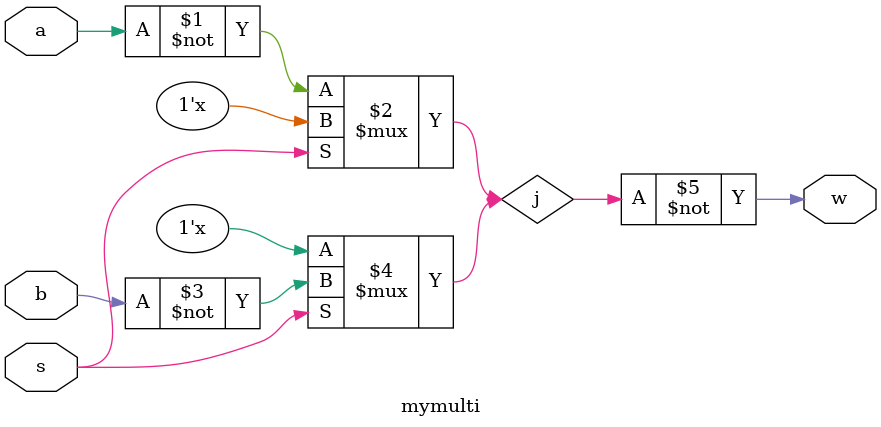
<source format=sv>
`timescale 1ns/1ns
module mymulti(input a,b,s, output w);
	wire i,j;
	not #(7,9) N1(i,s);
	notif1 #(14,18,16) NT1(j,a,i);
	notif1 #(14,18,16) NT2(j,b,s);
	notif1 #(14,18,16) NT3(w,j,1);
endmodule
</source>
